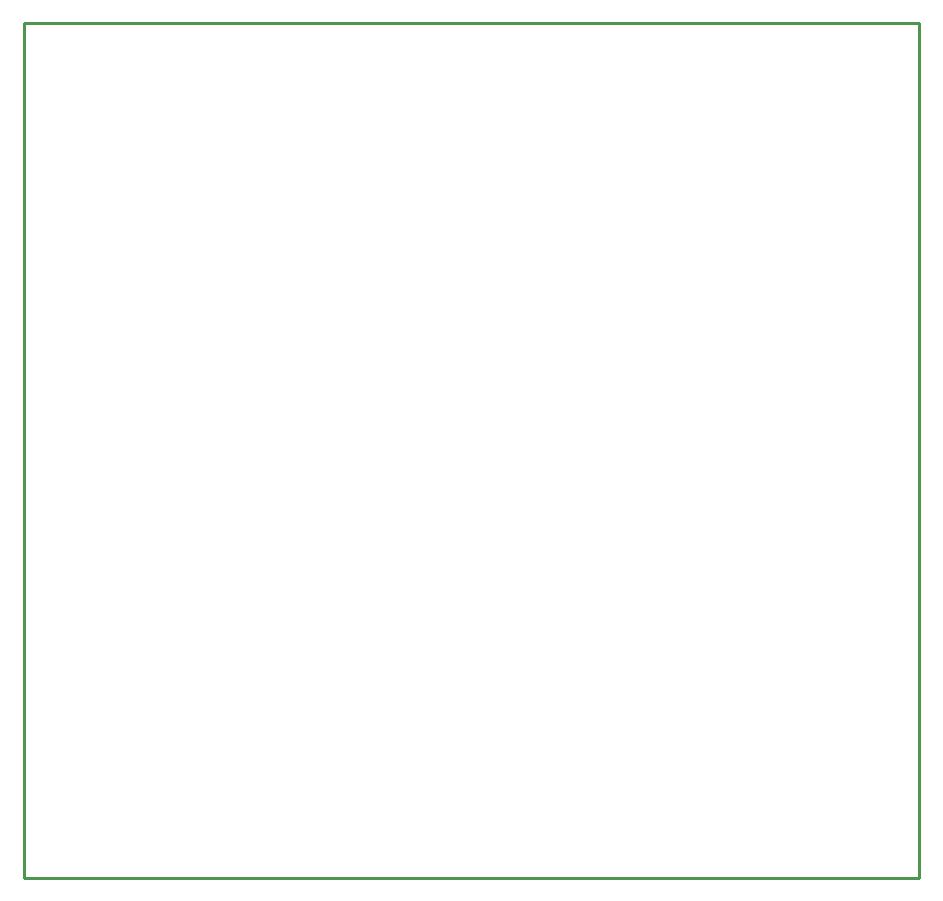
<source format=gko>
G04*
G04 #@! TF.GenerationSoftware,Altium Limited,Altium Designer,21.2.1 (34)*
G04*
G04 Layer_Color=16711935*
%FSTAX24Y24*%
%MOIN*%
G70*
G04*
G04 #@! TF.SameCoordinates,A0B086A8-5AB1-40D3-A59C-F662E0C94A6C*
G04*
G04*
G04 #@! TF.FilePolarity,Positive*
G04*
G01*
G75*
%ADD15C,0.0100*%
D15*
X015Y02105D02*
X04485D01*
X015Y04955D02*
X04485D01*
Y02105D02*
Y04955D01*
X015Y02105D02*
Y04955D01*
M02*

</source>
